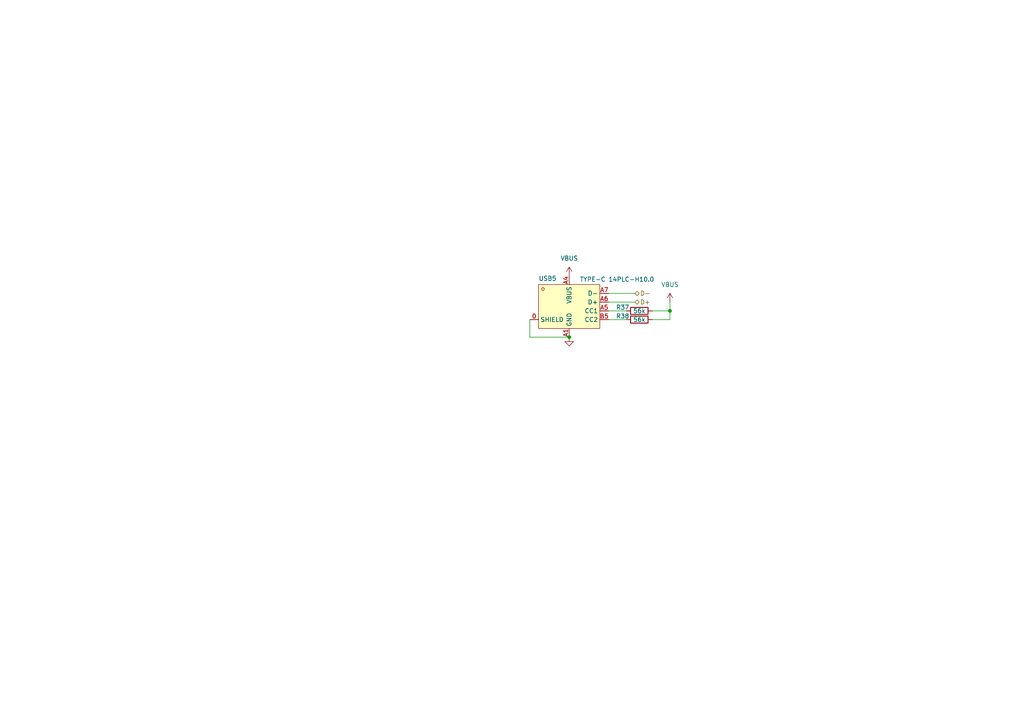
<source format=kicad_sch>
(kicad_sch (version 20250114) (generator "eeschema") (generator_version "9.0")
  (paper "A4")
  (lib_symbols
    (symbol "Device:R" (pin_numbers (hide yes)) (pin_names (offset 0))
      (property "Reference" "R" (at 2.032 0 90))
      (property "Value" "R" (at 0 0 90))
      (symbol "R_0_1"
        (rectangle (start -1.016 -2.54) (end 1.016 2.54) (stroke (width 0.254)))
      )
      (symbol "R_1_1"
        (pin passive line (at 0 3.81 270) (length 1.27) (name "~") (number "1"))
        (pin passive line (at 0 -3.81 90) (length 1.27) (name "~") (number "2"))
      )
    )
    (symbol "easyeda2kicad:TYPE-C14PLC-H10.0"
      (property "Reference" "USB" (at -7.366 7.62 0))
      (property "Value" "TYPE-C 14PLC-H10.0" (at 11.684 7.874 0))
      (symbol "TYPE-C14PLC-H10.0_0_1"
        (rectangle (start -8.89 6.35) (end 8.89 -6.35) (fill (type background)))
        (circle (center -7.62 5.08) (radius 0.38))
        (pin unspecified line (at -11.43 -3.81 0) (length 2.54) (name "SHIELD") (number "0"))
        (pin unspecified line (at 0 8.89 270) (length 2.54) (name "VBUS") (number "A4"))
        (pin unspecified line (at 0 8.89 270) (length 2.54) (hide yes) (name "VBUS") (number "A9"))
        (pin unspecified line (at 0 8.89 270) (length 2.54) (hide yes) (name "VBUS") (number "B4"))
        (pin unspecified line (at 0 8.89 270) (length 2.54) (hide yes) (name "VBUS") (number "B9"))
        (pin unspecified line (at 0 -8.89 90) (length 2.54) (name "GND") (number "A1"))
        (pin unspecified line (at 0 -8.89 90) (length 2.54) (hide yes) (name "GND") (number "A12"))
        (pin unspecified line (at 0 -8.89 90) (length 2.54) (hide yes) (name "GND") (number "B1"))
        (pin unspecified line (at 0 -8.89 90) (length 2.54) (hide yes) (name "GND") (number "B12"))
        (pin unspecified line (at 11.43 3.81 180) (length 2.54) (name "D-") (number "A7"))
        (pin unspecified line (at 11.43 3.81 180) (length 2.54) (hide yes) (name "D-") (number "B7"))
        (pin unspecified line (at 11.43 1.27 180) (length 2.54) (name "D+") (number "A6"))
        (pin unspecified line (at 11.43 1.27 180) (length 2.54) (hide yes) (name "D+") (number "B6"))
        (pin unspecified line (at 11.43 -1.27 180) (length 2.54) (name "CC1") (number "A5"))
        (pin unspecified line (at 11.43 -3.81 180) (length 2.54) (name "CC2") (number "B5"))
      )
    )
    (symbol "power:GND" (power) (pin_numbers (hide yes)) (pin_names (offset 0) (hide yes))
      (property "Value" "GND" (at 0 -3.81 0))
      (symbol "GND_0_1"
        (polyline (pts (xy 0 0) (xy 0 -1.27) (xy 1.27 -1.27) (xy 0 -2.54) (xy -1.27 -1.27) (xy 0 -1.27)))
      )
      (symbol "GND_1_1"
        (pin power_in line (at 0 0 270) (length 0) (name "~") (number "1"))
      )
    )
    (symbol "power:VBUS" (power) (pin_numbers (hide yes)) (pin_names (offset 0) (hide yes))
      (property "Value" "VBUS" (at 0 3.556 0))
      (symbol "VBUS_0_1"
        (polyline (pts (xy -0.762 1.27) (xy 0 2.54)))
        (polyline (pts (xy 0 2.54) (xy 0.762 1.27)))
        (polyline (pts (xy 0 0) (xy 0 2.54)))
      )
      (symbol "VBUS_1_1"
        (pin power_in line (at 0 0 90) (length 0) (name "~") (number "1"))
      )
    )
  )
  (junction (at 165.1 97.79))
  (junction (at 194.31 90.17))
  (wire (pts (xy 176.53 90.17) (xy 181.61 90.17)))
  (wire (pts (xy 184.15 87.63) (xy 176.53 87.63)))
  (wire (pts (xy 184.15 85.09) (xy 176.53 85.09)))
  (wire (pts (xy 153.67 97.79) (xy 165.1 97.79)))
  (wire (pts (xy 176.53 92.71) (xy 181.61 92.71)))
  (wire (pts (xy 189.23 92.71) (xy 194.31 92.71)))
  (wire (pts (xy 194.31 87.63) (xy 194.31 90.17)))
  (wire (pts (xy 153.67 92.71) (xy 153.67 97.79)))
  (wire (pts (xy 189.23 90.17) (xy 194.31 90.17)))
  (wire (pts (xy 194.31 90.17) (xy 194.31 92.71)))
  (hierarchical_label "D-" (shape bidirectional) (at 184.15 85.09 0))
  (hierarchical_label "D+" (shape bidirectional) (at 184.15 87.63 0))
  (symbol (lib_id "power:GND") (at 165.1 97.79 0) (unit 1)
    (property "Reference" "#PWR070" (effects (hide yes)))
    (property "Value" "GND" (effects (hide yes)))
    (property "Description" "Power symbol creates a global label with name \"GND\" , ground" (effects (hide yes)))
    (instances (project "skibidi-thinkbook-14-hub" (path "" (reference "#PWR074") (unit 1)) (path "" (reference "#PWR070") (unit 1))))
  )
  (symbol (lib_id "power:VBUS") (at 194.31 87.63 0) (unit 1)
    (property "Reference" "#PWR071" (effects (hide yes)))
    (property "Value" "VBUS" (at 194.31 82.55 0))
    (property "Description" "Power symbol creates a global label with name \"VBUS\"" (effects (hide yes)))
    (instances (project "skibidi-thinkbook-14-hub" (path "" (reference "#PWR073") (unit 1)) (path "" (reference "#PWR071") (unit 1))))
  )
  (symbol (lib_id "Device:R") (at 185.42 92.71 90) (unit 1)
    (property "Reference" "R36" (at 180.594 91.694 90))
    (property "Value" "56k" (at 185.42 92.71 90))
    (property "Footprint" "Resistor_SMD:R_0402_1005Metric" (effects (hide yes)))
    (property "Description" "Resistor" (effects (hide yes)))
    (property "LCSC Part #" "C25796" (effects (hide yes)))
    (instances (project "skibidi-thinkbook-14-hub" (path "" (reference "R38") (unit 1)) (path "" (reference "R36") (unit 1))))
  )
  (symbol (lib_id "power:VBUS") (at 165.1 80.01 0) (unit 1)
    (property "Reference" "#PWR069" (effects (hide yes)))
    (property "Value" "VBUS" (at 165.1 74.93 0))
    (property "Description" "Power symbol creates a global label with name \"VBUS\"" (effects (hide yes)))
    (instances (project "skibidi-thinkbook-14-hub" (path "" (reference "#PWR072") (unit 1)) (path "" (reference "#PWR069") (unit 1))))
  )
  (symbol (lib_id "easyeda2kicad:TYPE-C14PLC-H10.0") (at 165.1 88.9 0) (unit 1)
    (property "Reference" "USB4" (at 156.21 80.772 0) (effects (justify left)))
    (property "Value" "TYPE-C 14PLC-H10.0" (at 168.148 81.026 0) (effects (justify left)))
    (property "Footprint" "easyeda2kicad:USB-C-TH_SHOUHAN_TYPE-C-14PLC-H10.0" (effects (hide yes)))
    (property "LCSC Part" "C3151746" (effects (hide yes)))
    (instances (project "skibidi-thinkbook-14-hub" (path "" (reference "USB5") (unit 1)) (path "" (reference "USB4") (unit 1))))
  )
  (symbol (lib_id "Device:R") (at 185.42 90.17 90) (unit 1)
    (property "Reference" "R35" (at 180.594 89.154 90))
    (property "Value" "56k" (at 185.42 90.17 90))
    (property "Footprint" "Resistor_SMD:R_0402_1005Metric" (effects (hide yes)))
    (property "Description" "Resistor" (effects (hide yes)))
    (property "LCSC Part #" "C25796" (effects (hide yes)))
    (instances (project "skibidi-thinkbook-14-hub" (path "" (reference "R37") (unit 1)) (path "" (reference "R35") (unit 1))))
  )
)
</source>
